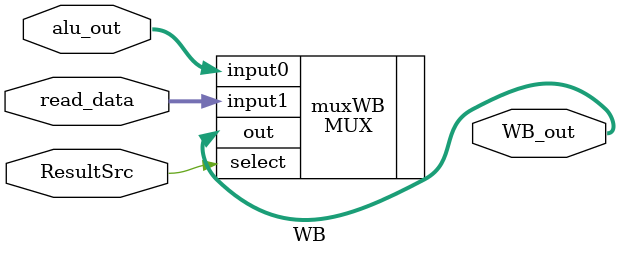
<source format=v>
module WB(
    input [31:0] alu_out,      
    input [31:0] read_data,    
    input ResultSrc,           
    output [31:0] WB_out      
);

MUX muxWB(
    .input0(alu_out),
    .input1(read_data),
    .select(ResultSrc),
    .out(WB_out)
);

endmodule
</source>
